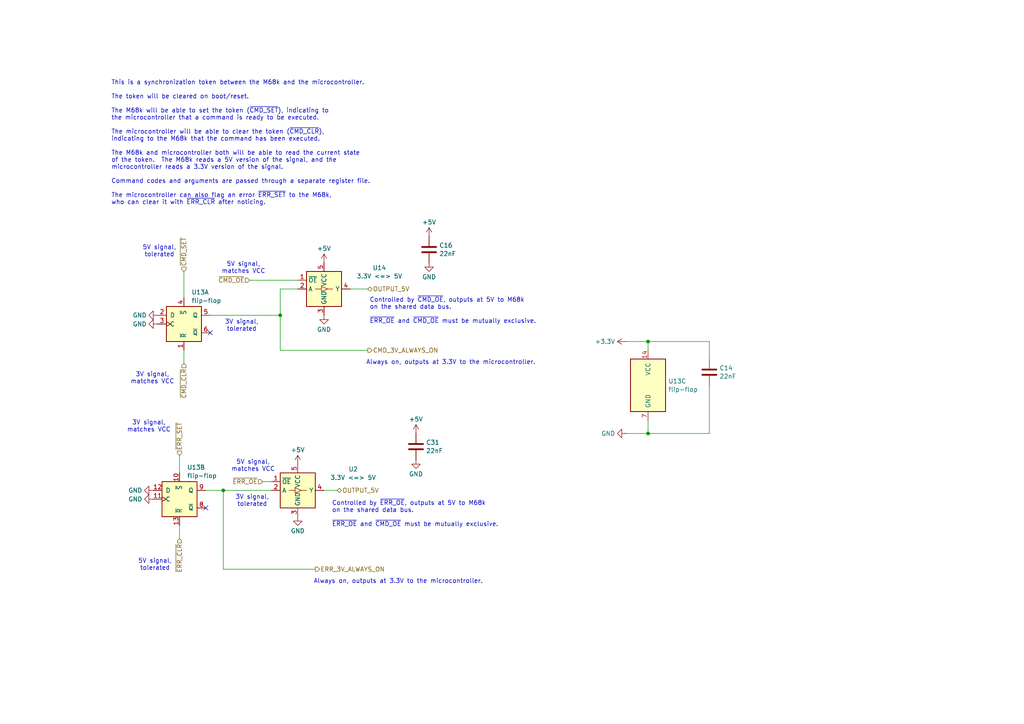
<source format=kicad_sch>
(kicad_sch (version 20231120) (generator "eeschema") (generator_version "8.0")
  (paper "A4")
  (title_block (title "Kinetoscope Sync Token"))
  (lib_symbols
    (symbol "74xx:74HCT74" (pin_names (offset 1.016))
      (property "Reference" "U" (at -7.62 8.89 0))
      (property "Value" "74HCT74" (at -7.62 -8.89 0))
      (symbol "74HCT74_1_0"
        (pin input line (at 0 -7.62 90) (length 2.54) (name "~{R}") (number "1"))
        (pin input line (at -7.62 2.54 0) (length 2.54) (name "D") (number "2"))
        (pin input clock (at -7.62 0 0) (length 2.54) (name "C") (number "3"))
        (pin input line (at 0 7.62 270) (length 2.54) (name "~{S}") (number "4"))
        (pin output line (at 7.62 2.54 180) (length 2.54) (name "Q") (number "5"))
        (pin output line (at 7.62 -2.54 180) (length 2.54) (name "~{Q}") (number "6"))
      )
      (symbol "74HCT74_1_1"
        (rectangle (start -5.08 5.08) (end 5.08 -5.08) (stroke (width 0.254)) (fill (type background)))
      )
      (symbol "74HCT74_2_0"
        (pin input line (at 0 7.62 270) (length 2.54) (name "~{S}") (number "10"))
        (pin input clock (at -7.62 0 0) (length 2.54) (name "C") (number "11"))
        (pin input line (at -7.62 2.54 0) (length 2.54) (name "D") (number "12"))
        (pin input line (at 0 -7.62 90) (length 2.54) (name "~{R}") (number "13"))
        (pin output line (at 7.62 -2.54 180) (length 2.54) (name "~{Q}") (number "8"))
        (pin output line (at 7.62 2.54 180) (length 2.54) (name "Q") (number "9"))
      )
      (symbol "74HCT74_2_1"
        (rectangle (start -5.08 5.08) (end 5.08 -5.08) (stroke (width 0.254)) (fill (type background)))
      )
      (symbol "74HCT74_3_0"
        (pin power_in line (at 0 10.16 270) (length 2.54) (name "VCC") (number "14"))
        (pin power_in line (at 0 -10.16 90) (length 2.54) (name "GND") (number "7"))
      )
      (symbol "74HCT74_3_1"
        (rectangle (start -5.08 7.62) (end 5.08 -7.62) (stroke (width 0.254)) (fill (type background)))
      )
    )
    (symbol "Device:C" (pin_numbers hide) (pin_names (offset 0.254))
      (property "Reference" "C" (at 0.635 2.54 0))
      (property "Value" "C" (at 0.635 -2.54 0))
      (symbol "C_0_1"
        (polyline (pts (xy -2.032 -0.762) (xy 2.032 -0.762)) (stroke (width 0.508)))
        (polyline (pts (xy -2.032 0.762) (xy 2.032 0.762)) (stroke (width 0.508)))
      )
      (symbol "C_1_1"
        (pin passive line (at 0 3.81 270) (length 2.794) (name "~") (number "1"))
        (pin passive line (at 0 -3.81 90) (length 2.794) (name "~") (number "2"))
      )
    )
    (symbol "Logic_LevelTranslator:SN74LV1T125DBV"
      (property "Reference" "U14" (at 16.0829 6.145 0))
      (property "Value" "3.3V <=> 5V" (at 16.0829 3.7207 0))
      (symbol "SN74LV1T125DBV_0_1"
        (rectangle (start -5.08 5.08) (end 5.08 -5.08) (stroke (width 0.254)) (fill (type background)))
        (polyline (pts (xy -0.762 0) (xy -2.54 0)))
        (polyline (pts (xy 1.016 0) (xy 2.54 0)))
      )
      (symbol "SN74LV1T125DBV_1_1"
        (polyline (pts (xy -0.762 -0.762) (xy -0.762 0.762) (xy 1.016 0) (xy -0.762 -0.762)))
        (pin input line (at -7.62 2.54 0) (length 2.54) (name "~{OE}") (number "1"))
        (pin input line (at -7.62 0 0) (length 2.54) (name "A") (number "2"))
        (pin power_in line (at 0 -7.62 90) (length 2.54) (name "GND") (number "3"))
        (pin tri_state line (at 7.62 0 180) (length 2.54) (name "Y") (number "4"))
        (pin power_in line (at 0 7.62 270) (length 2.54) (name "VCC") (number "5"))
      )
    )
    (symbol "SN74LV1T125DBV_1"
      (property "Reference" "U2" (at 16.0829 6.145 0))
      (property "Value" "3.3V <=> 5V" (at 16.0829 3.7207 0))
      (symbol "SN74LV1T125DBV_1_0_1"
        (rectangle (start -5.08 5.08) (end 5.08 -5.08) (stroke (width 0.254)) (fill (type background)))
        (polyline (pts (xy -0.762 0) (xy -2.54 0)))
        (polyline (pts (xy 1.016 0) (xy 2.54 0)))
      )
      (symbol "SN74LV1T125DBV_1_1_1"
        (polyline (pts (xy -0.762 -0.762) (xy -0.762 0.762) (xy 1.016 0) (xy -0.762 -0.762)))
        (pin input line (at -7.62 2.54 0) (length 2.54) (name "~{OE}") (number "1"))
        (pin input line (at -7.62 0 0) (length 2.54) (name "A") (number "2"))
        (pin power_in line (at 0 -7.62 90) (length 2.54) (name "GND") (number "3"))
        (pin tri_state line (at 7.62 0 180) (length 2.54) (name "Y") (number "4"))
        (pin power_in line (at 0 7.62 270) (length 2.54) (name "VCC") (number "5"))
      )
    )
    (symbol "power:+3.3V" (power) (pin_numbers hide) (pin_names (offset 0) hide)
      (property "Value" "+3.3V" (at 0 3.556 0))
      (symbol "+3.3V_0_1"
        (polyline (pts (xy -0.762 1.27) (xy 0 2.54)))
        (polyline (pts (xy 0 0) (xy 0 2.54)))
        (polyline (pts (xy 0 2.54) (xy 0.762 1.27)))
      )
      (symbol "+3.3V_1_1"
        (pin power_in line (at 0 0 90) (length 0) (name "~") (number "1"))
      )
    )
    (symbol "power:+5V" (power) (pin_numbers hide) (pin_names (offset 0) hide)
      (property "Value" "+5V" (at 0 3.556 0))
      (symbol "+5V_0_1"
        (polyline (pts (xy -0.762 1.27) (xy 0 2.54)))
        (polyline (pts (xy 0 0) (xy 0 2.54)))
        (polyline (pts (xy 0 2.54) (xy 0.762 1.27)))
      )
      (symbol "+5V_1_1"
        (pin power_in line (at 0 0 90) (length 0) (name "~") (number "1"))
      )
    )
    (symbol "power:GND" (power) (pin_numbers hide) (pin_names (offset 0) hide)
      (property "Value" "GND" (at 0 -3.81 0))
      (symbol "GND_0_1"
        (polyline (pts (xy 0 0) (xy 0 -1.27) (xy 1.27 -1.27) (xy 0 -2.54) (xy -1.27 -1.27) (xy 0 -1.27)))
      )
      (symbol "GND_1_1"
        (pin power_in line (at 0 0 270) (length 0) (name "~") (number "1"))
      )
    )
  )
  (junction (at 64.77 142.24))
  (junction (at 187.96 125.73))
  (junction (at 187.96 99.06))
  (junction (at 81.28 91.44))
  (no_connect (at 59.69 147.32))
  (no_connect (at 60.96 96.52))
  (wire (pts (xy 64.77 165.1) (xy 64.77 142.24)))
  (wire (pts (xy 101.6 83.82) (xy 106.68 83.82)))
  (wire (pts (xy 81.28 101.6) (xy 106.68 101.6)))
  (wire (pts (xy 64.77 142.24) (xy 78.74 142.24)))
  (wire (pts (xy 81.28 83.82) (xy 81.28 91.44)))
  (wire (pts (xy 187.96 99.06) (xy 205.74 99.06)))
  (wire (pts (xy 91.44 165.1) (xy 64.77 165.1)))
  (wire (pts (xy 76.2 139.7) (xy 78.74 139.7)))
  (wire (pts (xy 72.39 81.28) (xy 86.36 81.28)))
  (wire (pts (xy 181.61 125.73) (xy 187.96 125.73)))
  (wire (pts (xy 187.96 121.92) (xy 187.96 125.73)))
  (wire (pts (xy 205.74 99.06) (xy 205.74 104.14)))
  (wire (pts (xy 205.74 111.76) (xy 205.74 125.73)))
  (wire (pts (xy 59.69 142.24) (xy 64.77 142.24)))
  (wire (pts (xy 60.96 91.44) (xy 81.28 91.44)))
  (wire (pts (xy 93.98 142.24) (xy 97.79 142.24)))
  (wire (pts (xy 187.96 125.73) (xy 205.74 125.73)))
  (wire (pts (xy 181.61 99.06) (xy 187.96 99.06)))
  (wire (pts (xy 187.96 99.06) (xy 187.96 101.6)))
  (wire (pts (xy 52.07 132.08) (xy 52.07 137.16)))
  (wire (pts (xy 52.07 156.21) (xy 52.07 152.4)))
  (wire (pts (xy 86.36 83.82) (xy 81.28 83.82)))
  (wire (pts (xy 81.28 91.44) (xy 81.28 101.6)))
  (wire (pts (xy 53.34 78.74) (xy 53.34 86.36)))
  (wire (pts (xy 53.34 101.6) (xy 53.34 105.41)))
  (text "3V signal,\nmatches VCC" (at 43.18 123.698 0) (effects (font (size 1.27 1.27))))
  (text "Always on, outputs at 3.3V to the microcontroller." (at 90.932 168.656 0) (effects (font (size 1.27 1.27)) (justify left)))
  (text "Always on, outputs at 3.3V to the microcontroller." (at 106.172 105.156 0) (effects (font (size 1.27 1.27)) (justify left)))
  (text "3V signal,\ntolerated" (at 70.104 94.488 0) (effects (font (size 1.27 1.27))))
  (text "Controlled by ~{ERR_OE}, outputs at 5V to M68k\non the shared data bus.\n\n~{ERR_OE} and ~{CMD_OE} must be mutually exclusive." (at 96.266 149.098 0) (effects (font (size 1.27 1.27)) (justify left)))
  (text "This is a synchronization token between the M68k and the microcontroller.\n\nThe token will be cleared on boot/reset.\n\nThe M68k will be able to set the token (~{CMD_SET}), indicating to\nthe microcontroller that a command is ready to be executed.\n\nThe microcontroller will be able to clear the token (~{CMD_CLR}),\nindicating to the M68k that the command has been executed.\n\nThe M68k and microcontroller both will be able to read the current state\nof the token.  The M68k reads a 5V version of the signal, and the\nmicrocontroller reads a 3.3V version of the signal.\n\nCommand codes and arguments are passed through a separate register file.\n\nThe microcontroller can also flag an error ~{ERR_SET} to the M68k,\nwho can clear it with ~{ERR_CLR} after noticing." (at 32.258 41.402 0) (effects (font (size 1.27 1.27)) (justify left)))
  (text "Controlled by ~{CMD_OE}, outputs at 5V to M68k\non the shared data bus.\n\n~{ERR_OE} and ~{CMD_OE} must be mutually exclusive." (at 107.188 90.17 0) (effects (font (size 1.27 1.27)) (justify left)))
  (text "5V signal,\ntolerated" (at 46.228 72.898 0) (effects (font (size 1.27 1.27))))
  (text "3V signal,\nmatches VCC" (at 44.196 109.728 0) (effects (font (size 1.27 1.27))))
  (text "5V signal,\ntolerated" (at 44.958 163.83 0) (effects (font (size 1.27 1.27))))
  (text "5V signal,\nmatches VCC" (at 70.612 77.724 0) (effects (font (size 1.27 1.27))))
  (text "3V signal,\ntolerated" (at 73.152 145.288 0) (effects (font (size 1.27 1.27))))
  (text "5V signal,\nmatches VCC" (at 73.406 135.128 0) (effects (font (size 1.27 1.27))))
  (hierarchical_label "~{CMD_SET}" (shape input) (at 53.34 78.74 90))
  (hierarchical_label "~{ERR_CLR}" (shape input) (at 52.07 156.21 270))
  (hierarchical_label "ERR_3V_ALWAYS_ON" (shape output) (at 91.44 165.1 0))
  (hierarchical_label "CMD_3V_ALWAYS_ON" (shape output) (at 106.68 101.6 0))
  (hierarchical_label "~{ERR_OE}" (shape input) (at 76.2 139.7 180))
  (hierarchical_label "~{ERR_SET}" (shape input) (at 52.07 132.08 90))
  (hierarchical_label "~{CMD_CLR}" (shape input) (at 53.34 105.41 270))
  (hierarchical_label "~{CMD_OE}" (shape input) (at 72.39 81.28 180))
  (hierarchical_label "OUTPUT_5V" (shape tri_state) (at 106.68 83.82 0))
  (hierarchical_label "OUTPUT_5V" (shape tri_state) (at 97.79 142.24 0))
  (symbol (lib_id "power:GND") (at 93.98 91.44 0) (unit 1)
    (property "Reference" "#PWR070" (effects (hide yes)))
    (property "Value" "GND" (at 93.98 95.5731 0))
    (property "Description" "Power symbol creates a global label with name \"GND\" , ground" (effects (hide yes)))
  )
  (symbol (lib_id "power:GND") (at 86.36 149.86 0) (unit 1)
    (property "Reference" "#PWR075" (effects (hide yes)))
    (property "Value" "GND" (at 86.36 153.9931 0))
    (property "Description" "Power symbol creates a global label with name \"GND\" , ground" (effects (hide yes)))
  )
  (symbol (lib_id "Logic_LevelTranslator:SN74LV1T125DBV") (at 93.98 83.82 0) (unit 1)
    (property "Reference" "U14" (at 110.0629 77.675 0))
    (property "Value" "3.3V <=> 5V" (at 110.0629 80.0993 0))
    (property "Footprint" "Package_TO_SOT_SMD:SOT-23-5" (effects (hide yes)))
    (property "Datasheet" "https://www.ti.com/lit/gpn/sn74lv1t125" (effects (hide yes)))
    (property "Description" "Single Power Supply, Single Buffer Gate with 3-State Output, CMOS Logic Level Shifter Level Shifter, SOT-23-5" (effects (hide yes)))
    (property "Mouser Part Number" "595-74LV1T125DBVRG4" (effects (hide yes)))
    (property "Part Number" "SN74LV1T125DBVRG4" (effects (hide yes)))
    (property "JLCPCB Part Number" "C2675706" (effects (hide yes)))
  )
  (symbol (lib_id "power:GND") (at 120.65 133.35 0) (unit 1)
    (property "Reference" "#PWR0126" (effects (hide yes)))
    (property "Value" "GND" (at 120.65 137.4831 0))
    (property "Description" "Power symbol creates a global label with name \"GND\" , ground" (effects (hide yes)))
  )
  (symbol (lib_id "power:GND") (at 44.45 144.78 270) (unit 1)
    (property "Reference" "#PWR077" (effects (hide yes)))
    (property "Value" "GND" (at 41.2751 144.78 90) (effects (justify right)))
    (property "Description" "Power symbol creates a global label with name \"GND\" , ground" (effects (hide yes)))
  )
  (symbol (lib_id "Device:C") (at 205.74 107.95 0) (unit 1)
    (property "Reference" "C14" (at 208.661 106.7378 0) (effects (justify left)))
    (property "Value" "22nF" (at 208.661 109.1621 0) (effects (justify left)))
    (property "Footprint" "Capacitor_SMD:C_0603_1608Metric" (effects (hide yes)))
    (property "Datasheet" "https://www.mouser.com/datasheet/2/585/MLCC-1837944.pdf" (effects (hide yes)))
    (property "Description" "Unpolarized capacitor" (effects (hide yes)))
    (property "Mouser Part Number" "187-CL10B223KB8NNNC" (effects (hide yes)))
    (property "Part Number" "CL10B223KB8NNNC" (effects (hide yes)))
    (property "JLCPCB Part Number" "C21122" (effects (hide yes)))
  )
  (symbol (lib_id "power:+5V") (at 120.65 125.73 0) (unit 1)
    (property "Reference" "#PWR0117" (effects (hide yes)))
    (property "Value" "+5V" (at 120.65 121.5969 0))
    (property "Description" "Power symbol creates a global label with name \"+5V\"" (effects (hide yes)))
  )
  (symbol (lib_id "power:+5V") (at 124.46 68.58 0) (unit 1)
    (property "Reference" "#PWR073" (effects (hide yes)))
    (property "Value" "+5V" (at 124.46 64.4469 0))
    (property "Description" "Power symbol creates a global label with name \"+5V\"" (effects (hide yes)))
  )
  (symbol (lib_id "power:+5V") (at 93.98 76.2 0) (unit 1)
    (property "Reference" "#PWR072" (effects (hide yes)))
    (property "Value" "+5V" (at 93.98 72.0669 0))
    (property "Description" "Power symbol creates a global label with name \"+5V\"" (effects (hide yes)))
  )
  (symbol (lib_id "power:+5V") (at 86.36 134.62 0) (unit 1)
    (property "Reference" "#PWR074" (effects (hide yes)))
    (property "Value" "+5V" (at 86.36 130.4869 0))
    (property "Description" "Power symbol creates a global label with name \"+5V\"" (effects (hide yes)))
  )
  (symbol (lib_id "74xx:74HCT74") (at 52.07 144.78 0) (unit 2)
    (property "Reference" "U13" (at 54.2641 135.5555 0) (effects (justify left)))
    (property "Value" "flip-flop" (at 54.2641 137.9798 0) (effects (justify left)))
    (property "Footprint" "Package_SO:TSSOP-14_4.4x5mm_P0.65mm" (effects (hide yes)))
    (property "Datasheet" "https://www.mouser.com/datasheet/2/916/74AHC_AHCT74-2937188.pdf" (effects (hide yes)))
    (property "Description" "Dual D Flip-flop, Set & Reset" (effects (hide yes)))
    (property "Mouser Part Number" "771-AHCPW118" (effects (hide yes)))
    (property "Part Number" "74AHC74PW,118" (effects (hide yes)))
    (property "JLCPCB Part Number" "C71900" (effects (hide yes)))
  )
  (symbol (lib_id "power:GND") (at 181.61 125.73 270) (unit 1)
    (property "Reference" "#PWR080" (effects (hide yes)))
    (property "Value" "GND" (at 178.4351 125.73 90) (effects (justify right)))
    (property "Description" "Power symbol creates a global label with name \"GND\" , ground" (effects (hide yes)))
  )
  (symbol (lib_id "74xx:74HCT74") (at 187.96 111.76 0) (unit 3)
    (property "Reference" "U13" (at 193.802 110.5478 0) (effects (justify left)))
    (property "Value" "flip-flop" (at 193.802 112.9721 0) (effects (justify left)))
    (property "Footprint" "Package_SO:TSSOP-14_4.4x5mm_P0.65mm" (effects (hide yes)))
    (property "Datasheet" "https://www.mouser.com/datasheet/2/916/74AHC_AHCT74-2937188.pdf" (effects (hide yes)))
    (property "Description" "Dual D Flip-flop, Set & Reset" (effects (hide yes)))
    (property "Mouser Part Number" "771-AHCPW118" (effects (hide yes)))
    (property "Part Number" "74AHC74PW,118" (effects (hide yes)))
    (property "JLCPCB Part Number" "C71900" (effects (hide yes)))
  )
  (symbol (lib_id "power:GND") (at 124.46 76.2 0) (unit 1)
    (property "Reference" "#PWR071" (effects (hide yes)))
    (property "Value" "GND" (at 124.46 80.3331 0))
    (property "Description" "Power symbol creates a global label with name \"GND\" , ground" (effects (hide yes)))
  )
  (symbol (lib_id "Device:C") (at 124.46 72.39 0) (unit 1)
    (property "Reference" "C16" (at 127.381 71.1778 0) (effects (justify left)))
    (property "Value" "22nF" (at 127.381 73.6021 0) (effects (justify left)))
    (property "Footprint" "Capacitor_SMD:C_0603_1608Metric" (effects (hide yes)))
    (property "Datasheet" "https://www.mouser.com/datasheet/2/585/MLCC-1837944.pdf" (effects (hide yes)))
    (property "Description" "Unpolarized capacitor" (effects (hide yes)))
    (property "Mouser Part Number" "187-CL10B223KB8NNNC" (effects (hide yes)))
    (property "Part Number" "CL10B223KB8NNNC" (effects (hide yes)))
    (property "JLCPCB Part Number" "C21122" (effects (hide yes)))
  )
  (symbol (lib_id "74xx:74HCT74") (at 53.34 93.98 0) (unit 1)
    (property "Reference" "U13" (at 55.5341 84.7555 0) (effects (justify left)))
    (property "Value" "flip-flop" (at 55.5341 87.1798 0) (effects (justify left)))
    (property "Footprint" "Package_SO:TSSOP-14_4.4x5mm_P0.65mm" (effects (hide yes)))
    (property "Datasheet" "https://www.mouser.com/datasheet/2/916/74AHC_AHCT74-2937188.pdf" (effects (hide yes)))
    (property "Description" "Dual D Flip-flop, Set & Reset" (effects (hide yes)))
    (property "Mouser Part Number" "771-AHCPW118" (effects (hide yes)))
    (property "Part Number" "74AHC74PW,118" (effects (hide yes)))
    (property "JLCPCB Part Number" "C71900" (effects (hide yes)))
  )
  (symbol (lib_id "power:GND") (at 44.45 142.24 270) (unit 1)
    (property "Reference" "#PWR076" (effects (hide yes)))
    (property "Value" "GND" (at 41.2751 142.24 90) (effects (justify right)))
    (property "Description" "Power symbol creates a global label with name \"GND\" , ground" (effects (hide yes)))
  )
  (symbol (lib_id "power:GND") (at 45.72 91.44 270) (unit 1)
    (property "Reference" "#PWR078" (effects (hide yes)))
    (property "Value" "GND" (at 42.5451 91.44 90) (effects (justify right)))
    (property "Description" "Power symbol creates a global label with name \"GND\" , ground" (effects (hide yes)))
  )
  (symbol (lib_name "SN74LV1T125DBV_1") (lib_id "Logic_LevelTranslator:SN74LV1T125DBV") (at 86.36 142.24 0) (unit 1)
    (property "Reference" "U2" (at 102.4429 136.095 0))
    (property "Value" "3.3V <=> 5V" (at 102.4429 138.5193 0))
    (property "Footprint" "Package_TO_SOT_SMD:SOT-23-5" (effects (hide yes)))
    (property "Datasheet" "https://www.ti.com/lit/gpn/sn74lv1t125" (effects (hide yes)))
    (property "Description" "Single Power Supply, Single Buffer Gate with 3-State Output, CMOS Logic Level Shifter Level Shifter, SOT-23-5" (effects (hide yes)))
    (property "Mouser Part Number" "595-74LV1T125DBVRG4" (effects (hide yes)))
    (property "Part Number" "SN74LV1T125DBVRG4" (effects (hide yes)))
    (property "JLCPCB Part Number" "C2675706" (effects (hide yes)))
  )
  (symbol (lib_id "power:GND") (at 45.72 93.98 270) (unit 1)
    (property "Reference" "#PWR079" (effects (hide yes)))
    (property "Value" "GND" (at 42.5451 93.98 90) (effects (justify right)))
    (property "Description" "Power symbol creates a global label with name \"GND\" , ground" (effects (hide yes)))
  )
  (symbol (lib_id "Device:C") (at 120.65 129.54 0) (unit 1)
    (property "Reference" "C31" (at 123.571 128.3278 0) (effects (justify left)))
    (property "Value" "22nF" (at 123.571 130.7521 0) (effects (justify left)))
    (property "Footprint" "Capacitor_SMD:C_0603_1608Metric" (effects (hide yes)))
    (property "Datasheet" "https://www.mouser.com/datasheet/2/585/MLCC-1837944.pdf" (effects (hide yes)))
    (property "Description" "Unpolarized capacitor" (effects (hide yes)))
    (property "Mouser Part Number" "187-CL10B223KB8NNNC" (effects (hide yes)))
    (property "Part Number" "CL10B223KB8NNNC" (effects (hide yes)))
    (property "JLCPCB Part Number" "C21122" (effects (hide yes)))
  )
  (symbol (lib_id "power:+3.3V") (at 181.61 99.06 90) (unit 1)
    (property "Reference" "#PWR069" (effects (hide yes)))
    (property "Value" "+3.3V" (at 178.435 99.06 90) (effects (justify left)))
    (property "Description" "Power symbol creates a global label with name \"+3.3V\"" (effects (hide yes)))
  )
)
</source>
